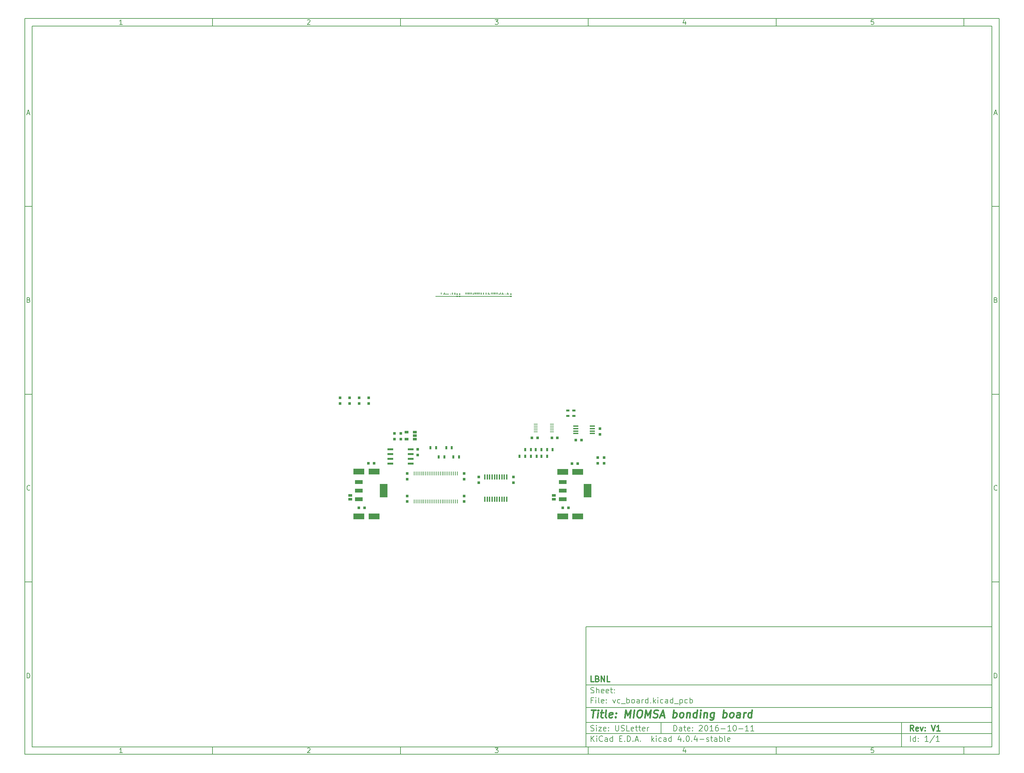
<source format=gbr>
G04 #@! TF.FileFunction,Paste,Top*
%FSLAX46Y46*%
G04 Gerber Fmt 4.6, Leading zero omitted, Abs format (unit mm)*
G04 Created by KiCad (PCBNEW 4.0.4-stable) date 2016 October 17, Monday 14:47:50*
%MOMM*%
%LPD*%
G01*
G04 APERTURE LIST*
%ADD10C,0.100000*%
%ADD11C,0.150000*%
%ADD12C,0.300000*%
%ADD13C,0.400000*%
%ADD14R,1.060000X0.650000*%
%ADD15R,0.285000X1.000000*%
%ADD16R,2.999740X1.501140*%
%ADD17R,0.800000X0.750000*%
%ADD18R,0.750000X0.800000*%
%ADD19R,0.500000X0.900000*%
%ADD20R,0.900000X0.500000*%
%ADD21R,0.450000X1.450000*%
%ADD22R,1.100000X0.250000*%
%ADD23R,2.032000X3.657600*%
%ADD24R,2.032000X1.016000*%
%ADD25R,1.550000X0.600000*%
%ADD26R,1.450000X0.450000*%
%ADD27R,1.016000X0.762000*%
%ADD28R,0.350000X0.300000*%
%ADD29R,0.127000X0.508000*%
%ADD30R,1.524000X0.127000*%
%ADD31R,0.254000X0.127000*%
%ADD32R,0.381000X0.127000*%
%ADD33R,0.508000X0.127000*%
%ADD34R,0.370840X0.127000*%
%ADD35R,0.375920X0.127000*%
%ADD36R,0.431800X0.127000*%
%ADD37R,0.457200X0.127000*%
%ADD38R,0.711200X0.127000*%
%ADD39R,0.762000X0.127000*%
%ADD40R,20.320000X0.254000*%
G04 APERTURE END LIST*
D10*
D11*
X159400000Y-171900000D02*
X159400000Y-203900000D01*
X267400000Y-203900000D01*
X267400000Y-171900000D01*
X159400000Y-171900000D01*
D10*
D11*
X10000000Y-10000000D02*
X10000000Y-205900000D01*
X269400000Y-205900000D01*
X269400000Y-10000000D01*
X10000000Y-10000000D01*
D10*
D11*
X12000000Y-12000000D02*
X12000000Y-203900000D01*
X267400000Y-203900000D01*
X267400000Y-12000000D01*
X12000000Y-12000000D01*
D10*
D11*
X60000000Y-12000000D02*
X60000000Y-10000000D01*
D10*
D11*
X110000000Y-12000000D02*
X110000000Y-10000000D01*
D10*
D11*
X160000000Y-12000000D02*
X160000000Y-10000000D01*
D10*
D11*
X210000000Y-12000000D02*
X210000000Y-10000000D01*
D10*
D11*
X260000000Y-12000000D02*
X260000000Y-10000000D01*
D10*
D11*
X35990476Y-11588095D02*
X35247619Y-11588095D01*
X35619048Y-11588095D02*
X35619048Y-10288095D01*
X35495238Y-10473810D01*
X35371429Y-10597619D01*
X35247619Y-10659524D01*
D10*
D11*
X85247619Y-10411905D02*
X85309524Y-10350000D01*
X85433333Y-10288095D01*
X85742857Y-10288095D01*
X85866667Y-10350000D01*
X85928571Y-10411905D01*
X85990476Y-10535714D01*
X85990476Y-10659524D01*
X85928571Y-10845238D01*
X85185714Y-11588095D01*
X85990476Y-11588095D01*
D10*
D11*
X135185714Y-10288095D02*
X135990476Y-10288095D01*
X135557143Y-10783333D01*
X135742857Y-10783333D01*
X135866667Y-10845238D01*
X135928571Y-10907143D01*
X135990476Y-11030952D01*
X135990476Y-11340476D01*
X135928571Y-11464286D01*
X135866667Y-11526190D01*
X135742857Y-11588095D01*
X135371429Y-11588095D01*
X135247619Y-11526190D01*
X135185714Y-11464286D01*
D10*
D11*
X185866667Y-10721429D02*
X185866667Y-11588095D01*
X185557143Y-10226190D02*
X185247619Y-11154762D01*
X186052381Y-11154762D01*
D10*
D11*
X235928571Y-10288095D02*
X235309524Y-10288095D01*
X235247619Y-10907143D01*
X235309524Y-10845238D01*
X235433333Y-10783333D01*
X235742857Y-10783333D01*
X235866667Y-10845238D01*
X235928571Y-10907143D01*
X235990476Y-11030952D01*
X235990476Y-11340476D01*
X235928571Y-11464286D01*
X235866667Y-11526190D01*
X235742857Y-11588095D01*
X235433333Y-11588095D01*
X235309524Y-11526190D01*
X235247619Y-11464286D01*
D10*
D11*
X60000000Y-203900000D02*
X60000000Y-205900000D01*
D10*
D11*
X110000000Y-203900000D02*
X110000000Y-205900000D01*
D10*
D11*
X160000000Y-203900000D02*
X160000000Y-205900000D01*
D10*
D11*
X210000000Y-203900000D02*
X210000000Y-205900000D01*
D10*
D11*
X260000000Y-203900000D02*
X260000000Y-205900000D01*
D10*
D11*
X35990476Y-205488095D02*
X35247619Y-205488095D01*
X35619048Y-205488095D02*
X35619048Y-204188095D01*
X35495238Y-204373810D01*
X35371429Y-204497619D01*
X35247619Y-204559524D01*
D10*
D11*
X85247619Y-204311905D02*
X85309524Y-204250000D01*
X85433333Y-204188095D01*
X85742857Y-204188095D01*
X85866667Y-204250000D01*
X85928571Y-204311905D01*
X85990476Y-204435714D01*
X85990476Y-204559524D01*
X85928571Y-204745238D01*
X85185714Y-205488095D01*
X85990476Y-205488095D01*
D10*
D11*
X135185714Y-204188095D02*
X135990476Y-204188095D01*
X135557143Y-204683333D01*
X135742857Y-204683333D01*
X135866667Y-204745238D01*
X135928571Y-204807143D01*
X135990476Y-204930952D01*
X135990476Y-205240476D01*
X135928571Y-205364286D01*
X135866667Y-205426190D01*
X135742857Y-205488095D01*
X135371429Y-205488095D01*
X135247619Y-205426190D01*
X135185714Y-205364286D01*
D10*
D11*
X185866667Y-204621429D02*
X185866667Y-205488095D01*
X185557143Y-204126190D02*
X185247619Y-205054762D01*
X186052381Y-205054762D01*
D10*
D11*
X235928571Y-204188095D02*
X235309524Y-204188095D01*
X235247619Y-204807143D01*
X235309524Y-204745238D01*
X235433333Y-204683333D01*
X235742857Y-204683333D01*
X235866667Y-204745238D01*
X235928571Y-204807143D01*
X235990476Y-204930952D01*
X235990476Y-205240476D01*
X235928571Y-205364286D01*
X235866667Y-205426190D01*
X235742857Y-205488095D01*
X235433333Y-205488095D01*
X235309524Y-205426190D01*
X235247619Y-205364286D01*
D10*
D11*
X10000000Y-60000000D02*
X12000000Y-60000000D01*
D10*
D11*
X10000000Y-110000000D02*
X12000000Y-110000000D01*
D10*
D11*
X10000000Y-160000000D02*
X12000000Y-160000000D01*
D10*
D11*
X10690476Y-35216667D02*
X11309524Y-35216667D01*
X10566667Y-35588095D02*
X11000000Y-34288095D01*
X11433333Y-35588095D01*
D10*
D11*
X11092857Y-84907143D02*
X11278571Y-84969048D01*
X11340476Y-85030952D01*
X11402381Y-85154762D01*
X11402381Y-85340476D01*
X11340476Y-85464286D01*
X11278571Y-85526190D01*
X11154762Y-85588095D01*
X10659524Y-85588095D01*
X10659524Y-84288095D01*
X11092857Y-84288095D01*
X11216667Y-84350000D01*
X11278571Y-84411905D01*
X11340476Y-84535714D01*
X11340476Y-84659524D01*
X11278571Y-84783333D01*
X11216667Y-84845238D01*
X11092857Y-84907143D01*
X10659524Y-84907143D01*
D10*
D11*
X11402381Y-135464286D02*
X11340476Y-135526190D01*
X11154762Y-135588095D01*
X11030952Y-135588095D01*
X10845238Y-135526190D01*
X10721429Y-135402381D01*
X10659524Y-135278571D01*
X10597619Y-135030952D01*
X10597619Y-134845238D01*
X10659524Y-134597619D01*
X10721429Y-134473810D01*
X10845238Y-134350000D01*
X11030952Y-134288095D01*
X11154762Y-134288095D01*
X11340476Y-134350000D01*
X11402381Y-134411905D01*
D10*
D11*
X10659524Y-185588095D02*
X10659524Y-184288095D01*
X10969048Y-184288095D01*
X11154762Y-184350000D01*
X11278571Y-184473810D01*
X11340476Y-184597619D01*
X11402381Y-184845238D01*
X11402381Y-185030952D01*
X11340476Y-185278571D01*
X11278571Y-185402381D01*
X11154762Y-185526190D01*
X10969048Y-185588095D01*
X10659524Y-185588095D01*
D10*
D11*
X269400000Y-60000000D02*
X267400000Y-60000000D01*
D10*
D11*
X269400000Y-110000000D02*
X267400000Y-110000000D01*
D10*
D11*
X269400000Y-160000000D02*
X267400000Y-160000000D01*
D10*
D11*
X268090476Y-35216667D02*
X268709524Y-35216667D01*
X267966667Y-35588095D02*
X268400000Y-34288095D01*
X268833333Y-35588095D01*
D10*
D11*
X268492857Y-84907143D02*
X268678571Y-84969048D01*
X268740476Y-85030952D01*
X268802381Y-85154762D01*
X268802381Y-85340476D01*
X268740476Y-85464286D01*
X268678571Y-85526190D01*
X268554762Y-85588095D01*
X268059524Y-85588095D01*
X268059524Y-84288095D01*
X268492857Y-84288095D01*
X268616667Y-84350000D01*
X268678571Y-84411905D01*
X268740476Y-84535714D01*
X268740476Y-84659524D01*
X268678571Y-84783333D01*
X268616667Y-84845238D01*
X268492857Y-84907143D01*
X268059524Y-84907143D01*
D10*
D11*
X268802381Y-135464286D02*
X268740476Y-135526190D01*
X268554762Y-135588095D01*
X268430952Y-135588095D01*
X268245238Y-135526190D01*
X268121429Y-135402381D01*
X268059524Y-135278571D01*
X267997619Y-135030952D01*
X267997619Y-134845238D01*
X268059524Y-134597619D01*
X268121429Y-134473810D01*
X268245238Y-134350000D01*
X268430952Y-134288095D01*
X268554762Y-134288095D01*
X268740476Y-134350000D01*
X268802381Y-134411905D01*
D10*
D11*
X268059524Y-185588095D02*
X268059524Y-184288095D01*
X268369048Y-184288095D01*
X268554762Y-184350000D01*
X268678571Y-184473810D01*
X268740476Y-184597619D01*
X268802381Y-184845238D01*
X268802381Y-185030952D01*
X268740476Y-185278571D01*
X268678571Y-185402381D01*
X268554762Y-185526190D01*
X268369048Y-185588095D01*
X268059524Y-185588095D01*
D10*
D11*
X182757143Y-199678571D02*
X182757143Y-198178571D01*
X183114286Y-198178571D01*
X183328571Y-198250000D01*
X183471429Y-198392857D01*
X183542857Y-198535714D01*
X183614286Y-198821429D01*
X183614286Y-199035714D01*
X183542857Y-199321429D01*
X183471429Y-199464286D01*
X183328571Y-199607143D01*
X183114286Y-199678571D01*
X182757143Y-199678571D01*
X184900000Y-199678571D02*
X184900000Y-198892857D01*
X184828571Y-198750000D01*
X184685714Y-198678571D01*
X184400000Y-198678571D01*
X184257143Y-198750000D01*
X184900000Y-199607143D02*
X184757143Y-199678571D01*
X184400000Y-199678571D01*
X184257143Y-199607143D01*
X184185714Y-199464286D01*
X184185714Y-199321429D01*
X184257143Y-199178571D01*
X184400000Y-199107143D01*
X184757143Y-199107143D01*
X184900000Y-199035714D01*
X185400000Y-198678571D02*
X185971429Y-198678571D01*
X185614286Y-198178571D02*
X185614286Y-199464286D01*
X185685714Y-199607143D01*
X185828572Y-199678571D01*
X185971429Y-199678571D01*
X187042857Y-199607143D02*
X186900000Y-199678571D01*
X186614286Y-199678571D01*
X186471429Y-199607143D01*
X186400000Y-199464286D01*
X186400000Y-198892857D01*
X186471429Y-198750000D01*
X186614286Y-198678571D01*
X186900000Y-198678571D01*
X187042857Y-198750000D01*
X187114286Y-198892857D01*
X187114286Y-199035714D01*
X186400000Y-199178571D01*
X187757143Y-199535714D02*
X187828571Y-199607143D01*
X187757143Y-199678571D01*
X187685714Y-199607143D01*
X187757143Y-199535714D01*
X187757143Y-199678571D01*
X187757143Y-198750000D02*
X187828571Y-198821429D01*
X187757143Y-198892857D01*
X187685714Y-198821429D01*
X187757143Y-198750000D01*
X187757143Y-198892857D01*
X189542857Y-198321429D02*
X189614286Y-198250000D01*
X189757143Y-198178571D01*
X190114286Y-198178571D01*
X190257143Y-198250000D01*
X190328572Y-198321429D01*
X190400000Y-198464286D01*
X190400000Y-198607143D01*
X190328572Y-198821429D01*
X189471429Y-199678571D01*
X190400000Y-199678571D01*
X191328571Y-198178571D02*
X191471428Y-198178571D01*
X191614285Y-198250000D01*
X191685714Y-198321429D01*
X191757143Y-198464286D01*
X191828571Y-198750000D01*
X191828571Y-199107143D01*
X191757143Y-199392857D01*
X191685714Y-199535714D01*
X191614285Y-199607143D01*
X191471428Y-199678571D01*
X191328571Y-199678571D01*
X191185714Y-199607143D01*
X191114285Y-199535714D01*
X191042857Y-199392857D01*
X190971428Y-199107143D01*
X190971428Y-198750000D01*
X191042857Y-198464286D01*
X191114285Y-198321429D01*
X191185714Y-198250000D01*
X191328571Y-198178571D01*
X193257142Y-199678571D02*
X192399999Y-199678571D01*
X192828571Y-199678571D02*
X192828571Y-198178571D01*
X192685714Y-198392857D01*
X192542856Y-198535714D01*
X192399999Y-198607143D01*
X194542856Y-198178571D02*
X194257142Y-198178571D01*
X194114285Y-198250000D01*
X194042856Y-198321429D01*
X193899999Y-198535714D01*
X193828570Y-198821429D01*
X193828570Y-199392857D01*
X193899999Y-199535714D01*
X193971427Y-199607143D01*
X194114285Y-199678571D01*
X194399999Y-199678571D01*
X194542856Y-199607143D01*
X194614285Y-199535714D01*
X194685713Y-199392857D01*
X194685713Y-199035714D01*
X194614285Y-198892857D01*
X194542856Y-198821429D01*
X194399999Y-198750000D01*
X194114285Y-198750000D01*
X193971427Y-198821429D01*
X193899999Y-198892857D01*
X193828570Y-199035714D01*
X195328570Y-199107143D02*
X196471427Y-199107143D01*
X197971427Y-199678571D02*
X197114284Y-199678571D01*
X197542856Y-199678571D02*
X197542856Y-198178571D01*
X197399999Y-198392857D01*
X197257141Y-198535714D01*
X197114284Y-198607143D01*
X198899998Y-198178571D02*
X199042855Y-198178571D01*
X199185712Y-198250000D01*
X199257141Y-198321429D01*
X199328570Y-198464286D01*
X199399998Y-198750000D01*
X199399998Y-199107143D01*
X199328570Y-199392857D01*
X199257141Y-199535714D01*
X199185712Y-199607143D01*
X199042855Y-199678571D01*
X198899998Y-199678571D01*
X198757141Y-199607143D01*
X198685712Y-199535714D01*
X198614284Y-199392857D01*
X198542855Y-199107143D01*
X198542855Y-198750000D01*
X198614284Y-198464286D01*
X198685712Y-198321429D01*
X198757141Y-198250000D01*
X198899998Y-198178571D01*
X200042855Y-199107143D02*
X201185712Y-199107143D01*
X202685712Y-199678571D02*
X201828569Y-199678571D01*
X202257141Y-199678571D02*
X202257141Y-198178571D01*
X202114284Y-198392857D01*
X201971426Y-198535714D01*
X201828569Y-198607143D01*
X204114283Y-199678571D02*
X203257140Y-199678571D01*
X203685712Y-199678571D02*
X203685712Y-198178571D01*
X203542855Y-198392857D01*
X203399997Y-198535714D01*
X203257140Y-198607143D01*
D10*
D11*
X159400000Y-200400000D02*
X267400000Y-200400000D01*
D10*
D11*
X160757143Y-202478571D02*
X160757143Y-200978571D01*
X161614286Y-202478571D02*
X160971429Y-201621429D01*
X161614286Y-200978571D02*
X160757143Y-201835714D01*
X162257143Y-202478571D02*
X162257143Y-201478571D01*
X162257143Y-200978571D02*
X162185714Y-201050000D01*
X162257143Y-201121429D01*
X162328571Y-201050000D01*
X162257143Y-200978571D01*
X162257143Y-201121429D01*
X163828572Y-202335714D02*
X163757143Y-202407143D01*
X163542857Y-202478571D01*
X163400000Y-202478571D01*
X163185715Y-202407143D01*
X163042857Y-202264286D01*
X162971429Y-202121429D01*
X162900000Y-201835714D01*
X162900000Y-201621429D01*
X162971429Y-201335714D01*
X163042857Y-201192857D01*
X163185715Y-201050000D01*
X163400000Y-200978571D01*
X163542857Y-200978571D01*
X163757143Y-201050000D01*
X163828572Y-201121429D01*
X165114286Y-202478571D02*
X165114286Y-201692857D01*
X165042857Y-201550000D01*
X164900000Y-201478571D01*
X164614286Y-201478571D01*
X164471429Y-201550000D01*
X165114286Y-202407143D02*
X164971429Y-202478571D01*
X164614286Y-202478571D01*
X164471429Y-202407143D01*
X164400000Y-202264286D01*
X164400000Y-202121429D01*
X164471429Y-201978571D01*
X164614286Y-201907143D01*
X164971429Y-201907143D01*
X165114286Y-201835714D01*
X166471429Y-202478571D02*
X166471429Y-200978571D01*
X166471429Y-202407143D02*
X166328572Y-202478571D01*
X166042858Y-202478571D01*
X165900000Y-202407143D01*
X165828572Y-202335714D01*
X165757143Y-202192857D01*
X165757143Y-201764286D01*
X165828572Y-201621429D01*
X165900000Y-201550000D01*
X166042858Y-201478571D01*
X166328572Y-201478571D01*
X166471429Y-201550000D01*
X168328572Y-201692857D02*
X168828572Y-201692857D01*
X169042858Y-202478571D02*
X168328572Y-202478571D01*
X168328572Y-200978571D01*
X169042858Y-200978571D01*
X169685715Y-202335714D02*
X169757143Y-202407143D01*
X169685715Y-202478571D01*
X169614286Y-202407143D01*
X169685715Y-202335714D01*
X169685715Y-202478571D01*
X170400001Y-202478571D02*
X170400001Y-200978571D01*
X170757144Y-200978571D01*
X170971429Y-201050000D01*
X171114287Y-201192857D01*
X171185715Y-201335714D01*
X171257144Y-201621429D01*
X171257144Y-201835714D01*
X171185715Y-202121429D01*
X171114287Y-202264286D01*
X170971429Y-202407143D01*
X170757144Y-202478571D01*
X170400001Y-202478571D01*
X171900001Y-202335714D02*
X171971429Y-202407143D01*
X171900001Y-202478571D01*
X171828572Y-202407143D01*
X171900001Y-202335714D01*
X171900001Y-202478571D01*
X172542858Y-202050000D02*
X173257144Y-202050000D01*
X172400001Y-202478571D02*
X172900001Y-200978571D01*
X173400001Y-202478571D01*
X173900001Y-202335714D02*
X173971429Y-202407143D01*
X173900001Y-202478571D01*
X173828572Y-202407143D01*
X173900001Y-202335714D01*
X173900001Y-202478571D01*
X176900001Y-202478571D02*
X176900001Y-200978571D01*
X177042858Y-201907143D02*
X177471429Y-202478571D01*
X177471429Y-201478571D02*
X176900001Y-202050000D01*
X178114287Y-202478571D02*
X178114287Y-201478571D01*
X178114287Y-200978571D02*
X178042858Y-201050000D01*
X178114287Y-201121429D01*
X178185715Y-201050000D01*
X178114287Y-200978571D01*
X178114287Y-201121429D01*
X179471430Y-202407143D02*
X179328573Y-202478571D01*
X179042859Y-202478571D01*
X178900001Y-202407143D01*
X178828573Y-202335714D01*
X178757144Y-202192857D01*
X178757144Y-201764286D01*
X178828573Y-201621429D01*
X178900001Y-201550000D01*
X179042859Y-201478571D01*
X179328573Y-201478571D01*
X179471430Y-201550000D01*
X180757144Y-202478571D02*
X180757144Y-201692857D01*
X180685715Y-201550000D01*
X180542858Y-201478571D01*
X180257144Y-201478571D01*
X180114287Y-201550000D01*
X180757144Y-202407143D02*
X180614287Y-202478571D01*
X180257144Y-202478571D01*
X180114287Y-202407143D01*
X180042858Y-202264286D01*
X180042858Y-202121429D01*
X180114287Y-201978571D01*
X180257144Y-201907143D01*
X180614287Y-201907143D01*
X180757144Y-201835714D01*
X182114287Y-202478571D02*
X182114287Y-200978571D01*
X182114287Y-202407143D02*
X181971430Y-202478571D01*
X181685716Y-202478571D01*
X181542858Y-202407143D01*
X181471430Y-202335714D01*
X181400001Y-202192857D01*
X181400001Y-201764286D01*
X181471430Y-201621429D01*
X181542858Y-201550000D01*
X181685716Y-201478571D01*
X181971430Y-201478571D01*
X182114287Y-201550000D01*
X184614287Y-201478571D02*
X184614287Y-202478571D01*
X184257144Y-200907143D02*
X183900001Y-201978571D01*
X184828573Y-201978571D01*
X185400001Y-202335714D02*
X185471429Y-202407143D01*
X185400001Y-202478571D01*
X185328572Y-202407143D01*
X185400001Y-202335714D01*
X185400001Y-202478571D01*
X186400001Y-200978571D02*
X186542858Y-200978571D01*
X186685715Y-201050000D01*
X186757144Y-201121429D01*
X186828573Y-201264286D01*
X186900001Y-201550000D01*
X186900001Y-201907143D01*
X186828573Y-202192857D01*
X186757144Y-202335714D01*
X186685715Y-202407143D01*
X186542858Y-202478571D01*
X186400001Y-202478571D01*
X186257144Y-202407143D01*
X186185715Y-202335714D01*
X186114287Y-202192857D01*
X186042858Y-201907143D01*
X186042858Y-201550000D01*
X186114287Y-201264286D01*
X186185715Y-201121429D01*
X186257144Y-201050000D01*
X186400001Y-200978571D01*
X187542858Y-202335714D02*
X187614286Y-202407143D01*
X187542858Y-202478571D01*
X187471429Y-202407143D01*
X187542858Y-202335714D01*
X187542858Y-202478571D01*
X188900001Y-201478571D02*
X188900001Y-202478571D01*
X188542858Y-200907143D02*
X188185715Y-201978571D01*
X189114287Y-201978571D01*
X189685715Y-201907143D02*
X190828572Y-201907143D01*
X191471429Y-202407143D02*
X191614286Y-202478571D01*
X191900001Y-202478571D01*
X192042858Y-202407143D01*
X192114286Y-202264286D01*
X192114286Y-202192857D01*
X192042858Y-202050000D01*
X191900001Y-201978571D01*
X191685715Y-201978571D01*
X191542858Y-201907143D01*
X191471429Y-201764286D01*
X191471429Y-201692857D01*
X191542858Y-201550000D01*
X191685715Y-201478571D01*
X191900001Y-201478571D01*
X192042858Y-201550000D01*
X192542858Y-201478571D02*
X193114287Y-201478571D01*
X192757144Y-200978571D02*
X192757144Y-202264286D01*
X192828572Y-202407143D01*
X192971430Y-202478571D01*
X193114287Y-202478571D01*
X194257144Y-202478571D02*
X194257144Y-201692857D01*
X194185715Y-201550000D01*
X194042858Y-201478571D01*
X193757144Y-201478571D01*
X193614287Y-201550000D01*
X194257144Y-202407143D02*
X194114287Y-202478571D01*
X193757144Y-202478571D01*
X193614287Y-202407143D01*
X193542858Y-202264286D01*
X193542858Y-202121429D01*
X193614287Y-201978571D01*
X193757144Y-201907143D01*
X194114287Y-201907143D01*
X194257144Y-201835714D01*
X194971430Y-202478571D02*
X194971430Y-200978571D01*
X194971430Y-201550000D02*
X195114287Y-201478571D01*
X195400001Y-201478571D01*
X195542858Y-201550000D01*
X195614287Y-201621429D01*
X195685716Y-201764286D01*
X195685716Y-202192857D01*
X195614287Y-202335714D01*
X195542858Y-202407143D01*
X195400001Y-202478571D01*
X195114287Y-202478571D01*
X194971430Y-202407143D01*
X196542859Y-202478571D02*
X196400001Y-202407143D01*
X196328573Y-202264286D01*
X196328573Y-200978571D01*
X197685715Y-202407143D02*
X197542858Y-202478571D01*
X197257144Y-202478571D01*
X197114287Y-202407143D01*
X197042858Y-202264286D01*
X197042858Y-201692857D01*
X197114287Y-201550000D01*
X197257144Y-201478571D01*
X197542858Y-201478571D01*
X197685715Y-201550000D01*
X197757144Y-201692857D01*
X197757144Y-201835714D01*
X197042858Y-201978571D01*
D10*
D11*
X159400000Y-197400000D02*
X267400000Y-197400000D01*
D10*
D12*
X246614286Y-199678571D02*
X246114286Y-198964286D01*
X245757143Y-199678571D02*
X245757143Y-198178571D01*
X246328571Y-198178571D01*
X246471429Y-198250000D01*
X246542857Y-198321429D01*
X246614286Y-198464286D01*
X246614286Y-198678571D01*
X246542857Y-198821429D01*
X246471429Y-198892857D01*
X246328571Y-198964286D01*
X245757143Y-198964286D01*
X247828571Y-199607143D02*
X247685714Y-199678571D01*
X247400000Y-199678571D01*
X247257143Y-199607143D01*
X247185714Y-199464286D01*
X247185714Y-198892857D01*
X247257143Y-198750000D01*
X247400000Y-198678571D01*
X247685714Y-198678571D01*
X247828571Y-198750000D01*
X247900000Y-198892857D01*
X247900000Y-199035714D01*
X247185714Y-199178571D01*
X248400000Y-198678571D02*
X248757143Y-199678571D01*
X249114285Y-198678571D01*
X249685714Y-199535714D02*
X249757142Y-199607143D01*
X249685714Y-199678571D01*
X249614285Y-199607143D01*
X249685714Y-199535714D01*
X249685714Y-199678571D01*
X249685714Y-198750000D02*
X249757142Y-198821429D01*
X249685714Y-198892857D01*
X249614285Y-198821429D01*
X249685714Y-198750000D01*
X249685714Y-198892857D01*
X251328571Y-198178571D02*
X251828571Y-199678571D01*
X252328571Y-198178571D01*
X253614285Y-199678571D02*
X252757142Y-199678571D01*
X253185714Y-199678571D02*
X253185714Y-198178571D01*
X253042857Y-198392857D01*
X252899999Y-198535714D01*
X252757142Y-198607143D01*
D10*
D11*
X160685714Y-199607143D02*
X160900000Y-199678571D01*
X161257143Y-199678571D01*
X161400000Y-199607143D01*
X161471429Y-199535714D01*
X161542857Y-199392857D01*
X161542857Y-199250000D01*
X161471429Y-199107143D01*
X161400000Y-199035714D01*
X161257143Y-198964286D01*
X160971429Y-198892857D01*
X160828571Y-198821429D01*
X160757143Y-198750000D01*
X160685714Y-198607143D01*
X160685714Y-198464286D01*
X160757143Y-198321429D01*
X160828571Y-198250000D01*
X160971429Y-198178571D01*
X161328571Y-198178571D01*
X161542857Y-198250000D01*
X162185714Y-199678571D02*
X162185714Y-198678571D01*
X162185714Y-198178571D02*
X162114285Y-198250000D01*
X162185714Y-198321429D01*
X162257142Y-198250000D01*
X162185714Y-198178571D01*
X162185714Y-198321429D01*
X162757143Y-198678571D02*
X163542857Y-198678571D01*
X162757143Y-199678571D01*
X163542857Y-199678571D01*
X164685714Y-199607143D02*
X164542857Y-199678571D01*
X164257143Y-199678571D01*
X164114286Y-199607143D01*
X164042857Y-199464286D01*
X164042857Y-198892857D01*
X164114286Y-198750000D01*
X164257143Y-198678571D01*
X164542857Y-198678571D01*
X164685714Y-198750000D01*
X164757143Y-198892857D01*
X164757143Y-199035714D01*
X164042857Y-199178571D01*
X165400000Y-199535714D02*
X165471428Y-199607143D01*
X165400000Y-199678571D01*
X165328571Y-199607143D01*
X165400000Y-199535714D01*
X165400000Y-199678571D01*
X165400000Y-198750000D02*
X165471428Y-198821429D01*
X165400000Y-198892857D01*
X165328571Y-198821429D01*
X165400000Y-198750000D01*
X165400000Y-198892857D01*
X167257143Y-198178571D02*
X167257143Y-199392857D01*
X167328571Y-199535714D01*
X167400000Y-199607143D01*
X167542857Y-199678571D01*
X167828571Y-199678571D01*
X167971429Y-199607143D01*
X168042857Y-199535714D01*
X168114286Y-199392857D01*
X168114286Y-198178571D01*
X168757143Y-199607143D02*
X168971429Y-199678571D01*
X169328572Y-199678571D01*
X169471429Y-199607143D01*
X169542858Y-199535714D01*
X169614286Y-199392857D01*
X169614286Y-199250000D01*
X169542858Y-199107143D01*
X169471429Y-199035714D01*
X169328572Y-198964286D01*
X169042858Y-198892857D01*
X168900000Y-198821429D01*
X168828572Y-198750000D01*
X168757143Y-198607143D01*
X168757143Y-198464286D01*
X168828572Y-198321429D01*
X168900000Y-198250000D01*
X169042858Y-198178571D01*
X169400000Y-198178571D01*
X169614286Y-198250000D01*
X170971429Y-199678571D02*
X170257143Y-199678571D01*
X170257143Y-198178571D01*
X172042857Y-199607143D02*
X171900000Y-199678571D01*
X171614286Y-199678571D01*
X171471429Y-199607143D01*
X171400000Y-199464286D01*
X171400000Y-198892857D01*
X171471429Y-198750000D01*
X171614286Y-198678571D01*
X171900000Y-198678571D01*
X172042857Y-198750000D01*
X172114286Y-198892857D01*
X172114286Y-199035714D01*
X171400000Y-199178571D01*
X172542857Y-198678571D02*
X173114286Y-198678571D01*
X172757143Y-198178571D02*
X172757143Y-199464286D01*
X172828571Y-199607143D01*
X172971429Y-199678571D01*
X173114286Y-199678571D01*
X173400000Y-198678571D02*
X173971429Y-198678571D01*
X173614286Y-198178571D02*
X173614286Y-199464286D01*
X173685714Y-199607143D01*
X173828572Y-199678571D01*
X173971429Y-199678571D01*
X175042857Y-199607143D02*
X174900000Y-199678571D01*
X174614286Y-199678571D01*
X174471429Y-199607143D01*
X174400000Y-199464286D01*
X174400000Y-198892857D01*
X174471429Y-198750000D01*
X174614286Y-198678571D01*
X174900000Y-198678571D01*
X175042857Y-198750000D01*
X175114286Y-198892857D01*
X175114286Y-199035714D01*
X174400000Y-199178571D01*
X175757143Y-199678571D02*
X175757143Y-198678571D01*
X175757143Y-198964286D02*
X175828571Y-198821429D01*
X175900000Y-198750000D01*
X176042857Y-198678571D01*
X176185714Y-198678571D01*
D10*
D11*
X245757143Y-202478571D02*
X245757143Y-200978571D01*
X247114286Y-202478571D02*
X247114286Y-200978571D01*
X247114286Y-202407143D02*
X246971429Y-202478571D01*
X246685715Y-202478571D01*
X246542857Y-202407143D01*
X246471429Y-202335714D01*
X246400000Y-202192857D01*
X246400000Y-201764286D01*
X246471429Y-201621429D01*
X246542857Y-201550000D01*
X246685715Y-201478571D01*
X246971429Y-201478571D01*
X247114286Y-201550000D01*
X247828572Y-202335714D02*
X247900000Y-202407143D01*
X247828572Y-202478571D01*
X247757143Y-202407143D01*
X247828572Y-202335714D01*
X247828572Y-202478571D01*
X247828572Y-201550000D02*
X247900000Y-201621429D01*
X247828572Y-201692857D01*
X247757143Y-201621429D01*
X247828572Y-201550000D01*
X247828572Y-201692857D01*
X250471429Y-202478571D02*
X249614286Y-202478571D01*
X250042858Y-202478571D02*
X250042858Y-200978571D01*
X249900001Y-201192857D01*
X249757143Y-201335714D01*
X249614286Y-201407143D01*
X252185714Y-200907143D02*
X250900000Y-202835714D01*
X253471429Y-202478571D02*
X252614286Y-202478571D01*
X253042858Y-202478571D02*
X253042858Y-200978571D01*
X252900001Y-201192857D01*
X252757143Y-201335714D01*
X252614286Y-201407143D01*
D10*
D11*
X159400000Y-193400000D02*
X267400000Y-193400000D01*
D10*
D13*
X160852381Y-194104762D02*
X161995238Y-194104762D01*
X161173810Y-196104762D02*
X161423810Y-194104762D01*
X162411905Y-196104762D02*
X162578571Y-194771429D01*
X162661905Y-194104762D02*
X162554762Y-194200000D01*
X162638095Y-194295238D01*
X162745239Y-194200000D01*
X162661905Y-194104762D01*
X162638095Y-194295238D01*
X163245238Y-194771429D02*
X164007143Y-194771429D01*
X163614286Y-194104762D02*
X163400000Y-195819048D01*
X163471430Y-196009524D01*
X163650001Y-196104762D01*
X163840477Y-196104762D01*
X164792858Y-196104762D02*
X164614287Y-196009524D01*
X164542857Y-195819048D01*
X164757143Y-194104762D01*
X166328572Y-196009524D02*
X166126191Y-196104762D01*
X165745239Y-196104762D01*
X165566667Y-196009524D01*
X165495238Y-195819048D01*
X165590476Y-195057143D01*
X165709524Y-194866667D01*
X165911905Y-194771429D01*
X166292857Y-194771429D01*
X166471429Y-194866667D01*
X166542857Y-195057143D01*
X166519048Y-195247619D01*
X165542857Y-195438095D01*
X167292857Y-195914286D02*
X167376192Y-196009524D01*
X167269048Y-196104762D01*
X167185715Y-196009524D01*
X167292857Y-195914286D01*
X167269048Y-196104762D01*
X167423810Y-194866667D02*
X167507144Y-194961905D01*
X167400000Y-195057143D01*
X167316667Y-194961905D01*
X167423810Y-194866667D01*
X167400000Y-195057143D01*
X169745239Y-196104762D02*
X169995239Y-194104762D01*
X170483334Y-195533333D01*
X171328573Y-194104762D01*
X171078573Y-196104762D01*
X172030953Y-196104762D02*
X172280953Y-194104762D01*
X173614287Y-194104762D02*
X173995239Y-194104762D01*
X174173810Y-194200000D01*
X174340478Y-194390476D01*
X174388096Y-194771429D01*
X174304763Y-195438095D01*
X174161906Y-195819048D01*
X173947620Y-196009524D01*
X173745239Y-196104762D01*
X173364287Y-196104762D01*
X173185716Y-196009524D01*
X173019048Y-195819048D01*
X172971429Y-195438095D01*
X173054762Y-194771429D01*
X173197620Y-194390476D01*
X173411906Y-194200000D01*
X173614287Y-194104762D01*
X175078572Y-196104762D02*
X175328572Y-194104762D01*
X175816667Y-195533333D01*
X176661906Y-194104762D01*
X176411906Y-196104762D01*
X177280953Y-196009524D02*
X177554763Y-196104762D01*
X178030953Y-196104762D01*
X178233334Y-196009524D01*
X178340476Y-195914286D01*
X178459525Y-195723810D01*
X178483334Y-195533333D01*
X178411905Y-195342857D01*
X178328572Y-195247619D01*
X178150000Y-195152381D01*
X177780953Y-195057143D01*
X177602382Y-194961905D01*
X177519048Y-194866667D01*
X177447619Y-194676190D01*
X177471429Y-194485714D01*
X177590476Y-194295238D01*
X177697620Y-194200000D01*
X177900001Y-194104762D01*
X178376191Y-194104762D01*
X178650001Y-194200000D01*
X179245238Y-195533333D02*
X180197619Y-195533333D01*
X178983334Y-196104762D02*
X179900001Y-194104762D01*
X180316668Y-196104762D01*
X182507144Y-196104762D02*
X182757144Y-194104762D01*
X182661906Y-194866667D02*
X182864287Y-194771429D01*
X183245239Y-194771429D01*
X183423811Y-194866667D01*
X183507144Y-194961905D01*
X183578572Y-195152381D01*
X183507144Y-195723810D01*
X183388096Y-195914286D01*
X183280954Y-196009524D01*
X183078573Y-196104762D01*
X182697621Y-196104762D01*
X182519049Y-196009524D01*
X184602383Y-196104762D02*
X184423812Y-196009524D01*
X184340477Y-195914286D01*
X184269049Y-195723810D01*
X184340477Y-195152381D01*
X184459525Y-194961905D01*
X184566669Y-194866667D01*
X184769049Y-194771429D01*
X185054763Y-194771429D01*
X185233335Y-194866667D01*
X185316668Y-194961905D01*
X185388096Y-195152381D01*
X185316668Y-195723810D01*
X185197620Y-195914286D01*
X185090478Y-196009524D01*
X184888097Y-196104762D01*
X184602383Y-196104762D01*
X186292858Y-194771429D02*
X186126192Y-196104762D01*
X186269049Y-194961905D02*
X186376193Y-194866667D01*
X186578573Y-194771429D01*
X186864287Y-194771429D01*
X187042859Y-194866667D01*
X187114287Y-195057143D01*
X186983335Y-196104762D01*
X188792859Y-196104762D02*
X189042859Y-194104762D01*
X188804764Y-196009524D02*
X188602383Y-196104762D01*
X188221431Y-196104762D01*
X188042860Y-196009524D01*
X187959525Y-195914286D01*
X187888097Y-195723810D01*
X187959525Y-195152381D01*
X188078573Y-194961905D01*
X188185717Y-194866667D01*
X188388097Y-194771429D01*
X188769049Y-194771429D01*
X188947621Y-194866667D01*
X189745240Y-196104762D02*
X189911906Y-194771429D01*
X189995240Y-194104762D02*
X189888097Y-194200000D01*
X189971430Y-194295238D01*
X190078574Y-194200000D01*
X189995240Y-194104762D01*
X189971430Y-194295238D01*
X190864287Y-194771429D02*
X190697621Y-196104762D01*
X190840478Y-194961905D02*
X190947622Y-194866667D01*
X191150002Y-194771429D01*
X191435716Y-194771429D01*
X191614288Y-194866667D01*
X191685716Y-195057143D01*
X191554764Y-196104762D01*
X193530954Y-194771429D02*
X193328573Y-196390476D01*
X193209526Y-196580952D01*
X193102383Y-196676190D01*
X192900002Y-196771429D01*
X192614288Y-196771429D01*
X192435716Y-196676190D01*
X193376193Y-196009524D02*
X193173812Y-196104762D01*
X192792860Y-196104762D01*
X192614289Y-196009524D01*
X192530954Y-195914286D01*
X192459526Y-195723810D01*
X192530954Y-195152381D01*
X192650002Y-194961905D01*
X192757146Y-194866667D01*
X192959526Y-194771429D01*
X193340478Y-194771429D01*
X193519050Y-194866667D01*
X195840479Y-196104762D02*
X196090479Y-194104762D01*
X195995241Y-194866667D02*
X196197622Y-194771429D01*
X196578574Y-194771429D01*
X196757146Y-194866667D01*
X196840479Y-194961905D01*
X196911907Y-195152381D01*
X196840479Y-195723810D01*
X196721431Y-195914286D01*
X196614289Y-196009524D01*
X196411908Y-196104762D01*
X196030956Y-196104762D01*
X195852384Y-196009524D01*
X197935718Y-196104762D02*
X197757147Y-196009524D01*
X197673812Y-195914286D01*
X197602384Y-195723810D01*
X197673812Y-195152381D01*
X197792860Y-194961905D01*
X197900004Y-194866667D01*
X198102384Y-194771429D01*
X198388098Y-194771429D01*
X198566670Y-194866667D01*
X198650003Y-194961905D01*
X198721431Y-195152381D01*
X198650003Y-195723810D01*
X198530955Y-195914286D01*
X198423813Y-196009524D01*
X198221432Y-196104762D01*
X197935718Y-196104762D01*
X200316670Y-196104762D02*
X200447622Y-195057143D01*
X200376194Y-194866667D01*
X200197622Y-194771429D01*
X199816670Y-194771429D01*
X199614289Y-194866667D01*
X200328575Y-196009524D02*
X200126194Y-196104762D01*
X199650004Y-196104762D01*
X199471432Y-196009524D01*
X199400003Y-195819048D01*
X199423813Y-195628571D01*
X199542860Y-195438095D01*
X199745242Y-195342857D01*
X200221432Y-195342857D01*
X200423813Y-195247619D01*
X201269051Y-196104762D02*
X201435717Y-194771429D01*
X201388098Y-195152381D02*
X201507147Y-194961905D01*
X201614290Y-194866667D01*
X201816670Y-194771429D01*
X202007146Y-194771429D01*
X203364289Y-196104762D02*
X203614289Y-194104762D01*
X203376194Y-196009524D02*
X203173813Y-196104762D01*
X202792861Y-196104762D01*
X202614290Y-196009524D01*
X202530955Y-195914286D01*
X202459527Y-195723810D01*
X202530955Y-195152381D01*
X202650003Y-194961905D01*
X202757147Y-194866667D01*
X202959527Y-194771429D01*
X203340479Y-194771429D01*
X203519051Y-194866667D01*
D10*
D11*
X161257143Y-191492857D02*
X160757143Y-191492857D01*
X160757143Y-192278571D02*
X160757143Y-190778571D01*
X161471429Y-190778571D01*
X162042857Y-192278571D02*
X162042857Y-191278571D01*
X162042857Y-190778571D02*
X161971428Y-190850000D01*
X162042857Y-190921429D01*
X162114285Y-190850000D01*
X162042857Y-190778571D01*
X162042857Y-190921429D01*
X162971429Y-192278571D02*
X162828571Y-192207143D01*
X162757143Y-192064286D01*
X162757143Y-190778571D01*
X164114285Y-192207143D02*
X163971428Y-192278571D01*
X163685714Y-192278571D01*
X163542857Y-192207143D01*
X163471428Y-192064286D01*
X163471428Y-191492857D01*
X163542857Y-191350000D01*
X163685714Y-191278571D01*
X163971428Y-191278571D01*
X164114285Y-191350000D01*
X164185714Y-191492857D01*
X164185714Y-191635714D01*
X163471428Y-191778571D01*
X164828571Y-192135714D02*
X164899999Y-192207143D01*
X164828571Y-192278571D01*
X164757142Y-192207143D01*
X164828571Y-192135714D01*
X164828571Y-192278571D01*
X164828571Y-191350000D02*
X164899999Y-191421429D01*
X164828571Y-191492857D01*
X164757142Y-191421429D01*
X164828571Y-191350000D01*
X164828571Y-191492857D01*
X166542857Y-191278571D02*
X166900000Y-192278571D01*
X167257142Y-191278571D01*
X168471428Y-192207143D02*
X168328571Y-192278571D01*
X168042857Y-192278571D01*
X167899999Y-192207143D01*
X167828571Y-192135714D01*
X167757142Y-191992857D01*
X167757142Y-191564286D01*
X167828571Y-191421429D01*
X167899999Y-191350000D01*
X168042857Y-191278571D01*
X168328571Y-191278571D01*
X168471428Y-191350000D01*
X168757142Y-192421429D02*
X169899999Y-192421429D01*
X170257142Y-192278571D02*
X170257142Y-190778571D01*
X170257142Y-191350000D02*
X170399999Y-191278571D01*
X170685713Y-191278571D01*
X170828570Y-191350000D01*
X170899999Y-191421429D01*
X170971428Y-191564286D01*
X170971428Y-191992857D01*
X170899999Y-192135714D01*
X170828570Y-192207143D01*
X170685713Y-192278571D01*
X170399999Y-192278571D01*
X170257142Y-192207143D01*
X171828571Y-192278571D02*
X171685713Y-192207143D01*
X171614285Y-192135714D01*
X171542856Y-191992857D01*
X171542856Y-191564286D01*
X171614285Y-191421429D01*
X171685713Y-191350000D01*
X171828571Y-191278571D01*
X172042856Y-191278571D01*
X172185713Y-191350000D01*
X172257142Y-191421429D01*
X172328571Y-191564286D01*
X172328571Y-191992857D01*
X172257142Y-192135714D01*
X172185713Y-192207143D01*
X172042856Y-192278571D01*
X171828571Y-192278571D01*
X173614285Y-192278571D02*
X173614285Y-191492857D01*
X173542856Y-191350000D01*
X173399999Y-191278571D01*
X173114285Y-191278571D01*
X172971428Y-191350000D01*
X173614285Y-192207143D02*
X173471428Y-192278571D01*
X173114285Y-192278571D01*
X172971428Y-192207143D01*
X172899999Y-192064286D01*
X172899999Y-191921429D01*
X172971428Y-191778571D01*
X173114285Y-191707143D01*
X173471428Y-191707143D01*
X173614285Y-191635714D01*
X174328571Y-192278571D02*
X174328571Y-191278571D01*
X174328571Y-191564286D02*
X174399999Y-191421429D01*
X174471428Y-191350000D01*
X174614285Y-191278571D01*
X174757142Y-191278571D01*
X175899999Y-192278571D02*
X175899999Y-190778571D01*
X175899999Y-192207143D02*
X175757142Y-192278571D01*
X175471428Y-192278571D01*
X175328570Y-192207143D01*
X175257142Y-192135714D01*
X175185713Y-191992857D01*
X175185713Y-191564286D01*
X175257142Y-191421429D01*
X175328570Y-191350000D01*
X175471428Y-191278571D01*
X175757142Y-191278571D01*
X175899999Y-191350000D01*
X176614285Y-192135714D02*
X176685713Y-192207143D01*
X176614285Y-192278571D01*
X176542856Y-192207143D01*
X176614285Y-192135714D01*
X176614285Y-192278571D01*
X177328571Y-192278571D02*
X177328571Y-190778571D01*
X177471428Y-191707143D02*
X177899999Y-192278571D01*
X177899999Y-191278571D02*
X177328571Y-191850000D01*
X178542857Y-192278571D02*
X178542857Y-191278571D01*
X178542857Y-190778571D02*
X178471428Y-190850000D01*
X178542857Y-190921429D01*
X178614285Y-190850000D01*
X178542857Y-190778571D01*
X178542857Y-190921429D01*
X179900000Y-192207143D02*
X179757143Y-192278571D01*
X179471429Y-192278571D01*
X179328571Y-192207143D01*
X179257143Y-192135714D01*
X179185714Y-191992857D01*
X179185714Y-191564286D01*
X179257143Y-191421429D01*
X179328571Y-191350000D01*
X179471429Y-191278571D01*
X179757143Y-191278571D01*
X179900000Y-191350000D01*
X181185714Y-192278571D02*
X181185714Y-191492857D01*
X181114285Y-191350000D01*
X180971428Y-191278571D01*
X180685714Y-191278571D01*
X180542857Y-191350000D01*
X181185714Y-192207143D02*
X181042857Y-192278571D01*
X180685714Y-192278571D01*
X180542857Y-192207143D01*
X180471428Y-192064286D01*
X180471428Y-191921429D01*
X180542857Y-191778571D01*
X180685714Y-191707143D01*
X181042857Y-191707143D01*
X181185714Y-191635714D01*
X182542857Y-192278571D02*
X182542857Y-190778571D01*
X182542857Y-192207143D02*
X182400000Y-192278571D01*
X182114286Y-192278571D01*
X181971428Y-192207143D01*
X181900000Y-192135714D01*
X181828571Y-191992857D01*
X181828571Y-191564286D01*
X181900000Y-191421429D01*
X181971428Y-191350000D01*
X182114286Y-191278571D01*
X182400000Y-191278571D01*
X182542857Y-191350000D01*
X182900000Y-192421429D02*
X184042857Y-192421429D01*
X184400000Y-191278571D02*
X184400000Y-192778571D01*
X184400000Y-191350000D02*
X184542857Y-191278571D01*
X184828571Y-191278571D01*
X184971428Y-191350000D01*
X185042857Y-191421429D01*
X185114286Y-191564286D01*
X185114286Y-191992857D01*
X185042857Y-192135714D01*
X184971428Y-192207143D01*
X184828571Y-192278571D01*
X184542857Y-192278571D01*
X184400000Y-192207143D01*
X186400000Y-192207143D02*
X186257143Y-192278571D01*
X185971429Y-192278571D01*
X185828571Y-192207143D01*
X185757143Y-192135714D01*
X185685714Y-191992857D01*
X185685714Y-191564286D01*
X185757143Y-191421429D01*
X185828571Y-191350000D01*
X185971429Y-191278571D01*
X186257143Y-191278571D01*
X186400000Y-191350000D01*
X187042857Y-192278571D02*
X187042857Y-190778571D01*
X187042857Y-191350000D02*
X187185714Y-191278571D01*
X187471428Y-191278571D01*
X187614285Y-191350000D01*
X187685714Y-191421429D01*
X187757143Y-191564286D01*
X187757143Y-191992857D01*
X187685714Y-192135714D01*
X187614285Y-192207143D01*
X187471428Y-192278571D01*
X187185714Y-192278571D01*
X187042857Y-192207143D01*
D10*
D11*
X159400000Y-187400000D02*
X267400000Y-187400000D01*
D10*
D11*
X160685714Y-189507143D02*
X160900000Y-189578571D01*
X161257143Y-189578571D01*
X161400000Y-189507143D01*
X161471429Y-189435714D01*
X161542857Y-189292857D01*
X161542857Y-189150000D01*
X161471429Y-189007143D01*
X161400000Y-188935714D01*
X161257143Y-188864286D01*
X160971429Y-188792857D01*
X160828571Y-188721429D01*
X160757143Y-188650000D01*
X160685714Y-188507143D01*
X160685714Y-188364286D01*
X160757143Y-188221429D01*
X160828571Y-188150000D01*
X160971429Y-188078571D01*
X161328571Y-188078571D01*
X161542857Y-188150000D01*
X162185714Y-189578571D02*
X162185714Y-188078571D01*
X162828571Y-189578571D02*
X162828571Y-188792857D01*
X162757142Y-188650000D01*
X162614285Y-188578571D01*
X162400000Y-188578571D01*
X162257142Y-188650000D01*
X162185714Y-188721429D01*
X164114285Y-189507143D02*
X163971428Y-189578571D01*
X163685714Y-189578571D01*
X163542857Y-189507143D01*
X163471428Y-189364286D01*
X163471428Y-188792857D01*
X163542857Y-188650000D01*
X163685714Y-188578571D01*
X163971428Y-188578571D01*
X164114285Y-188650000D01*
X164185714Y-188792857D01*
X164185714Y-188935714D01*
X163471428Y-189078571D01*
X165399999Y-189507143D02*
X165257142Y-189578571D01*
X164971428Y-189578571D01*
X164828571Y-189507143D01*
X164757142Y-189364286D01*
X164757142Y-188792857D01*
X164828571Y-188650000D01*
X164971428Y-188578571D01*
X165257142Y-188578571D01*
X165399999Y-188650000D01*
X165471428Y-188792857D01*
X165471428Y-188935714D01*
X164757142Y-189078571D01*
X165899999Y-188578571D02*
X166471428Y-188578571D01*
X166114285Y-188078571D02*
X166114285Y-189364286D01*
X166185713Y-189507143D01*
X166328571Y-189578571D01*
X166471428Y-189578571D01*
X166971428Y-189435714D02*
X167042856Y-189507143D01*
X166971428Y-189578571D01*
X166899999Y-189507143D01*
X166971428Y-189435714D01*
X166971428Y-189578571D01*
X166971428Y-188650000D02*
X167042856Y-188721429D01*
X166971428Y-188792857D01*
X166899999Y-188721429D01*
X166971428Y-188650000D01*
X166971428Y-188792857D01*
D10*
D12*
X161471429Y-186578571D02*
X160757143Y-186578571D01*
X160757143Y-185078571D01*
X162471429Y-185792857D02*
X162685715Y-185864286D01*
X162757143Y-185935714D01*
X162828572Y-186078571D01*
X162828572Y-186292857D01*
X162757143Y-186435714D01*
X162685715Y-186507143D01*
X162542857Y-186578571D01*
X161971429Y-186578571D01*
X161971429Y-185078571D01*
X162471429Y-185078571D01*
X162614286Y-185150000D01*
X162685715Y-185221429D01*
X162757143Y-185364286D01*
X162757143Y-185507143D01*
X162685715Y-185650000D01*
X162614286Y-185721429D01*
X162471429Y-185792857D01*
X161971429Y-185792857D01*
X163471429Y-186578571D02*
X163471429Y-185078571D01*
X164328572Y-186578571D01*
X164328572Y-185078571D01*
X165757144Y-186578571D02*
X165042858Y-186578571D01*
X165042858Y-185078571D01*
D10*
D11*
X179400000Y-197400000D02*
X179400000Y-200400000D01*
D10*
D11*
X243400000Y-197400000D02*
X243400000Y-203900000D01*
D14*
X113845520Y-121973380D03*
X113845520Y-121023380D03*
X113845520Y-120073380D03*
X111645520Y-120073380D03*
X111645520Y-121973380D03*
D15*
X125165880Y-131107800D03*
X124665880Y-131107800D03*
X124165880Y-131107800D03*
X123665880Y-131107800D03*
X123165880Y-131107800D03*
X122665880Y-131107800D03*
X122165880Y-131107800D03*
X121665880Y-131107800D03*
X121165880Y-131107800D03*
X120665880Y-131107800D03*
X120165880Y-131107800D03*
X119665880Y-131107800D03*
X119165880Y-131107800D03*
X118665880Y-131107800D03*
X118165880Y-131107800D03*
X117665880Y-131107800D03*
X117165880Y-131107800D03*
X116665880Y-131107800D03*
X116165880Y-131107800D03*
X115665880Y-131107800D03*
X115165880Y-131107800D03*
X114665880Y-131107800D03*
X114165880Y-131107800D03*
X113665880Y-131107800D03*
X113665880Y-138607800D03*
X114165880Y-138607800D03*
X114665880Y-138607800D03*
X115165880Y-138607800D03*
X115665880Y-138607800D03*
X116165880Y-138607800D03*
X116665880Y-138607800D03*
X117165880Y-138607800D03*
X117665880Y-138607800D03*
X118165880Y-138607800D03*
X118665880Y-138607800D03*
X119165880Y-138607800D03*
X119665880Y-138607800D03*
X120165880Y-138607800D03*
X120665880Y-138607800D03*
X121165880Y-138607800D03*
X121665880Y-138607800D03*
X122165880Y-138607800D03*
X122665880Y-138607800D03*
X123165880Y-138607800D03*
X123665880Y-138607800D03*
X124165880Y-138607800D03*
X124665880Y-138607800D03*
X125165880Y-138607800D03*
D16*
X157195520Y-142529560D03*
X153197560Y-142529560D03*
X102961440Y-142529560D03*
X98963480Y-142529560D03*
D17*
X153199400Y-140299440D03*
X154699400Y-140299440D03*
X98970400Y-140299440D03*
X100470400Y-140299440D03*
X157198760Y-128508760D03*
X155698760Y-128508760D03*
X102974840Y-128435100D03*
X101474840Y-128435100D03*
D16*
X153202640Y-130680460D03*
X157200600Y-130680460D03*
X98963480Y-130614420D03*
X102961440Y-130614420D03*
D18*
X96520000Y-112510000D03*
X96520000Y-111010000D03*
X111770160Y-132605780D03*
X111770160Y-131105780D03*
X93980000Y-112510000D03*
X93980000Y-111010000D03*
X111770160Y-138605960D03*
X111770160Y-137105960D03*
X108442760Y-121974040D03*
X108442760Y-120474040D03*
X164175440Y-126882460D03*
X164175440Y-128382460D03*
X162499040Y-126882460D03*
X162499040Y-128382460D03*
X101600000Y-112510000D03*
X101600000Y-111010000D03*
X126977140Y-132611560D03*
X126977140Y-131111560D03*
X99060000Y-112510000D03*
X99060000Y-111010000D03*
X163080700Y-119171020D03*
X163080700Y-120671020D03*
X110075980Y-121974040D03*
X110075980Y-120474040D03*
X114622580Y-124682820D03*
X114622580Y-126182820D03*
D17*
X150308880Y-121625360D03*
X151808880Y-121625360D03*
X144981800Y-121632980D03*
X146481800Y-121632980D03*
D18*
X126977140Y-138605960D03*
X126977140Y-137105960D03*
X140093700Y-133556440D03*
X140093700Y-132056440D03*
X130822700Y-133556440D03*
X130822700Y-132056440D03*
D17*
X158169040Y-122207020D03*
X156669040Y-122207020D03*
D19*
X141728760Y-126547880D03*
X143228760Y-126547880D03*
X143225679Y-124774743D03*
X144725679Y-124774743D03*
D20*
X156156660Y-114317080D03*
X156156660Y-115817080D03*
X154604720Y-114317080D03*
X154604720Y-115817080D03*
D19*
X124093540Y-126705360D03*
X125593540Y-126705360D03*
X123693620Y-124241560D03*
X122193620Y-124241560D03*
X120197180Y-126705360D03*
X121697180Y-126705360D03*
X119489920Y-124241560D03*
X117989920Y-124241560D03*
X144728500Y-126547880D03*
X146228500Y-126547880D03*
X146019679Y-124774743D03*
X147519679Y-124774743D03*
X147519960Y-126552743D03*
X149019960Y-126552743D03*
X149021100Y-124769880D03*
X150521100Y-124769880D03*
D21*
X132473320Y-137952480D03*
X133123320Y-137952480D03*
X133773320Y-137952480D03*
X134423320Y-137952480D03*
X135073320Y-137952480D03*
X135723320Y-137952480D03*
X136373320Y-137952480D03*
X137023320Y-137952480D03*
X137673320Y-137952480D03*
X138323320Y-137952480D03*
X138323320Y-132052480D03*
X137673320Y-132052480D03*
X137023320Y-132052480D03*
X136373320Y-132052480D03*
X135723320Y-132052480D03*
X135073320Y-132052480D03*
X134423320Y-132052480D03*
X133773320Y-132052480D03*
X133123320Y-132052480D03*
X132473320Y-132052480D03*
D22*
X150305660Y-119988840D03*
X150305660Y-119488840D03*
X150305660Y-118988840D03*
X150305660Y-118488840D03*
X150305660Y-117988840D03*
X146005660Y-117988840D03*
X146005660Y-118488840D03*
X146005660Y-118988840D03*
X146005660Y-119488840D03*
X146005660Y-119988840D03*
D23*
X105580180Y-135724900D03*
D24*
X98976180Y-135724900D03*
X98976180Y-138010900D03*
X98976180Y-133438900D03*
D23*
X159809180Y-135724900D03*
D24*
X153205180Y-135724900D03*
X153205180Y-138010900D03*
X153205180Y-133438900D03*
D25*
X107345500Y-124680980D03*
X107345500Y-125950980D03*
X107345500Y-127220980D03*
X107345500Y-128490980D03*
X112745500Y-128490980D03*
X112745500Y-127220980D03*
X112745500Y-125950980D03*
X112745500Y-124680980D03*
D26*
X156666840Y-118519300D03*
X156666840Y-119169300D03*
X156666840Y-119819300D03*
X156666840Y-120469300D03*
X161066840Y-120469300D03*
X161066840Y-119819300D03*
X161066840Y-119169300D03*
X161066840Y-118519300D03*
D27*
X96619060Y-137002520D03*
X96619060Y-138018520D03*
X150832820Y-137005060D03*
X150832820Y-138021060D03*
D28*
X139446000Y-83374140D03*
X139446000Y-83924140D03*
D29*
X120906540Y-83167220D03*
X121696480Y-83167220D03*
D30*
X122102880Y-83357720D03*
D31*
X123296680Y-83357720D03*
D29*
X123804680Y-83167220D03*
D32*
X123804680Y-83357720D03*
D29*
X124526040Y-83167220D03*
D33*
X124526040Y-83357720D03*
D29*
X127386080Y-83167220D03*
X127713740Y-83167220D03*
X128036320Y-83167220D03*
X128336040Y-83167220D03*
X128666240Y-83167220D03*
X128965960Y-83167220D03*
X129578100Y-83167220D03*
D34*
X129402840Y-83357720D03*
D29*
X129887980Y-83167220D03*
X130187700Y-83167220D03*
X130487420Y-83167220D03*
X130787140Y-83167220D03*
X131086860Y-83167220D03*
X131566920Y-83167220D03*
D35*
X131566920Y-83357720D03*
D29*
X132148580Y-83167220D03*
D36*
X132148580Y-83357720D03*
D29*
X132798820Y-83167220D03*
D37*
X132798820Y-83357720D03*
D29*
X133388100Y-83167220D03*
D38*
X133606540Y-83357720D03*
D29*
X134266940Y-83167220D03*
X134576820Y-83167220D03*
X134896860Y-83167220D03*
X135216900Y-83167220D03*
X135526780Y-83167220D03*
X135836660Y-83167220D03*
X136578340Y-83167220D03*
D33*
X136324340Y-83357720D03*
D29*
X137238740Y-83167220D03*
X138539220Y-83167220D03*
D39*
X138539220Y-83357720D03*
D31*
X137924540Y-83357720D03*
D39*
X137238740Y-83357720D03*
D40*
X129542540Y-83929220D03*
D28*
X125122940Y-83933120D03*
X125122940Y-83383120D03*
X125816360Y-83379900D03*
X125816360Y-83929900D03*
M02*

</source>
